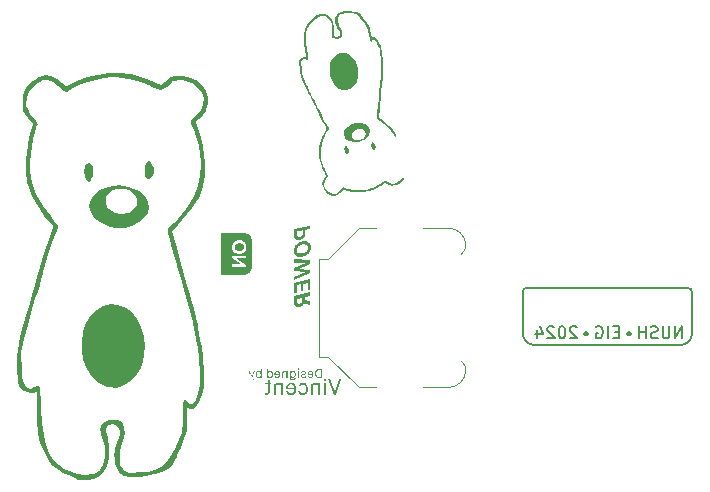
<source format=gbo>
G04 #@! TF.GenerationSoftware,KiCad,Pcbnew,8.0.1*
G04 #@! TF.CreationDate,2024-07-25T21:09:17+08:00*
G04 #@! TF.ProjectId,555Sandbox,35353553-616e-4646-926f-782e6b696361,1.0.0*
G04 #@! TF.SameCoordinates,Original*
G04 #@! TF.FileFunction,Legend,Bot*
G04 #@! TF.FilePolarity,Positive*
%FSLAX46Y46*%
G04 Gerber Fmt 4.6, Leading zero omitted, Abs format (unit mm)*
G04 Created by KiCad (PCBNEW 8.0.1) date 2024-07-25 21:09:17*
%MOMM*%
%LPD*%
G01*
G04 APERTURE LIST*
%ADD10C,0.200000*%
%ADD11C,0.100000*%
%ADD12C,0.500000*%
%ADD13C,0.125000*%
%ADD14C,0.240000*%
%ADD15C,0.300000*%
%ADD16C,0.150000*%
%ADD17C,0.187500*%
%ADD18C,0.000000*%
%ADD19C,0.120000*%
%ADD20O,3.500000X2.200000*%
%ADD21R,2.500000X1.500000*%
%ADD22O,2.500000X1.500000*%
%ADD23R,1.560000X1.560000*%
%ADD24C,1.560000*%
%ADD25C,6.000000*%
%ADD26R,3.300000X3.500000*%
%ADD27C,10.200000*%
G04 APERTURE END LIST*
D10*
X114350000Y-86050000D02*
G75*
G02*
X113350000Y-87050000I-1000000J0D01*
G01*
D11*
X74450000Y-77600000D02*
X75250000Y-77600000D01*
X75250000Y-81050000D01*
X74450000Y-81050000D01*
X74450000Y-77600000D01*
G36*
X74450000Y-77600000D02*
G01*
X75250000Y-77600000D01*
X75250000Y-81050000D01*
X74450000Y-81050000D01*
X74450000Y-77600000D01*
G37*
D12*
X76850000Y-78200000D02*
X76850000Y-80450000D01*
D10*
X113950000Y-82200000D02*
G75*
G02*
X114350000Y-82600000I0J-400000D01*
G01*
X100400000Y-82200000D02*
X113950000Y-82200000D01*
D12*
X76850000Y-80450000D02*
G75*
G02*
X76450000Y-80850000I-400000J0D01*
G01*
X76450000Y-77800000D02*
G75*
G02*
X76850000Y-78200000I0J-400000D01*
G01*
X76450000Y-80850000D02*
X74875000Y-80850000D01*
D10*
X100000000Y-86050000D02*
X100000000Y-82600000D01*
X100000000Y-82600000D02*
G75*
G02*
X100400000Y-82200000I400000J0D01*
G01*
X114350000Y-82600000D02*
X114350000Y-86050000D01*
D12*
X74875000Y-77800000D02*
X76450000Y-77800000D01*
D10*
X113350000Y-87050000D02*
X101007107Y-87050000D01*
X101000000Y-87050000D02*
G75*
G02*
X100000000Y-86050000I0J1000000D01*
G01*
D13*
G36*
X83001835Y-89832000D02*
G01*
X82757396Y-89832000D01*
X82737161Y-89831625D01*
X82692416Y-89827840D01*
X82651131Y-89819978D01*
X82613305Y-89808039D01*
X82574312Y-89789404D01*
X82539849Y-89765468D01*
X82509930Y-89736452D01*
X82484553Y-89702355D01*
X82463719Y-89663179D01*
X82449253Y-89624854D01*
X82438340Y-89582882D01*
X82431815Y-89544004D01*
X82427899Y-89502446D01*
X82426623Y-89459187D01*
X82525659Y-89459187D01*
X82525673Y-89463712D01*
X82527414Y-89506943D01*
X82532054Y-89546510D01*
X82540509Y-89585803D01*
X82545502Y-89602165D01*
X82561790Y-89640689D01*
X82584668Y-89675684D01*
X82592242Y-89684394D01*
X82622648Y-89710505D01*
X82659113Y-89729808D01*
X82685567Y-89738498D01*
X82724493Y-89745660D01*
X82763844Y-89747785D01*
X82902770Y-89747785D01*
X82902770Y-89169222D01*
X82763844Y-89169222D01*
X82749064Y-89169505D01*
X82707607Y-89173756D01*
X82666620Y-89184461D01*
X82630976Y-89201462D01*
X82627693Y-89203509D01*
X82595027Y-89230176D01*
X82570820Y-89261031D01*
X82551842Y-89298182D01*
X82539185Y-89336908D01*
X82531412Y-89375639D01*
X82526912Y-89418424D01*
X82525659Y-89459187D01*
X82426623Y-89459187D01*
X82426594Y-89458210D01*
X82427899Y-89413848D01*
X82431815Y-89372206D01*
X82438340Y-89333285D01*
X82449253Y-89291314D01*
X82463719Y-89253046D01*
X82484553Y-89213980D01*
X82509930Y-89180018D01*
X82539849Y-89151160D01*
X82574312Y-89127408D01*
X82593244Y-89117470D01*
X82634496Y-89101570D01*
X82674299Y-89092005D01*
X82717561Y-89086498D01*
X82757396Y-89085007D01*
X83001835Y-89085007D01*
X83001835Y-89832000D01*
G37*
G36*
X82041800Y-89244284D02*
G01*
X82082650Y-89247948D01*
X82120751Y-89257717D01*
X82159490Y-89275517D01*
X82193842Y-89300081D01*
X82222744Y-89330786D01*
X82244291Y-89364030D01*
X82251481Y-89378639D01*
X82265262Y-89418180D01*
X82272541Y-89457453D01*
X82274968Y-89500220D01*
X82274968Y-89588538D01*
X82274712Y-89603081D01*
X82270874Y-89644482D01*
X82261207Y-89686568D01*
X82245854Y-89724533D01*
X82225036Y-89757879D01*
X82196362Y-89788654D01*
X82161639Y-89813242D01*
X82151152Y-89818829D01*
X82113417Y-89833483D01*
X82071407Y-89842032D01*
X82029943Y-89844505D01*
X82013312Y-89844142D01*
X81973285Y-89839806D01*
X81935373Y-89829655D01*
X81900514Y-89813704D01*
X81867962Y-89791162D01*
X81849204Y-89773164D01*
X81825756Y-89741337D01*
X81819735Y-89729860D01*
X81807389Y-89691316D01*
X81909581Y-89691316D01*
X81930488Y-89725119D01*
X81936766Y-89730841D01*
X81971911Y-89750715D01*
X81990386Y-89756166D01*
X82030530Y-89760290D01*
X82071578Y-89755729D01*
X82109149Y-89740178D01*
X82138778Y-89713591D01*
X82159915Y-89678968D01*
X82172278Y-89639313D01*
X82175903Y-89598894D01*
X82175903Y-89569390D01*
X81799769Y-89569390D01*
X81799769Y-89499438D01*
X81799864Y-89494358D01*
X81898834Y-89494358D01*
X82175903Y-89494358D01*
X82175752Y-89485124D01*
X82171050Y-89444893D01*
X82158708Y-89407017D01*
X82139357Y-89375581D01*
X82110055Y-89348985D01*
X82076057Y-89333598D01*
X82036978Y-89328468D01*
X82002714Y-89332171D01*
X81964486Y-89347812D01*
X81938409Y-89369511D01*
X81916224Y-89402718D01*
X81914118Y-89407185D01*
X81902163Y-89446215D01*
X81898834Y-89485175D01*
X81898834Y-89490060D01*
X81898834Y-89494358D01*
X81799864Y-89494358D01*
X81800037Y-89485037D01*
X81804055Y-89443998D01*
X81814176Y-89402206D01*
X81830251Y-89364421D01*
X81851572Y-89331158D01*
X81880271Y-89300387D01*
X81914465Y-89275712D01*
X81917827Y-89273777D01*
X81956872Y-89256542D01*
X81995653Y-89247326D01*
X82037564Y-89244254D01*
X82041800Y-89244284D01*
G37*
G36*
X81662211Y-89418545D02*
G01*
X81658610Y-89379177D01*
X81645066Y-89339557D01*
X81631730Y-89318894D01*
X81603900Y-89291005D01*
X81569943Y-89269888D01*
X81552204Y-89262425D01*
X81514460Y-89251352D01*
X81474792Y-89245389D01*
X81447278Y-89244254D01*
X81406207Y-89246724D01*
X81365774Y-89255054D01*
X81338443Y-89265161D01*
X81304204Y-89284792D01*
X81274904Y-89311848D01*
X81266343Y-89322997D01*
X81248578Y-89357854D01*
X81240761Y-89397797D01*
X81240355Y-89410143D01*
X81333754Y-89410143D01*
X81347418Y-89372629D01*
X81348213Y-89371455D01*
X81377295Y-89345300D01*
X81386315Y-89340583D01*
X81424779Y-89329900D01*
X81449427Y-89328468D01*
X81489487Y-89332769D01*
X81527028Y-89348218D01*
X81531102Y-89350939D01*
X81557013Y-89382242D01*
X81563147Y-89415224D01*
X81552555Y-89453627D01*
X81550251Y-89456647D01*
X81518835Y-89480117D01*
X81516252Y-89481267D01*
X81477859Y-89493462D01*
X81470139Y-89495140D01*
X81431656Y-89502534D01*
X81421095Y-89504519D01*
X81382114Y-89512396D01*
X81342861Y-89523161D01*
X81323007Y-89529920D01*
X81287600Y-89547028D01*
X81257218Y-89571832D01*
X81252079Y-89577596D01*
X81233005Y-89612401D01*
X81225920Y-89651455D01*
X81225505Y-89665133D01*
X81229572Y-89705799D01*
X81243156Y-89744397D01*
X81254424Y-89762830D01*
X81281757Y-89792215D01*
X81316766Y-89815280D01*
X81335512Y-89823793D01*
X81373300Y-89835585D01*
X81415197Y-89842482D01*
X81456852Y-89844505D01*
X81499469Y-89842219D01*
X81538393Y-89835362D01*
X81570572Y-89825161D01*
X81606873Y-89806541D01*
X81638032Y-89779998D01*
X81647166Y-89768887D01*
X81666000Y-89733299D01*
X81674044Y-89694693D01*
X81674717Y-89678420D01*
X81572721Y-89678420D01*
X81559310Y-89716276D01*
X81555331Y-89722188D01*
X81523816Y-89747010D01*
X81516057Y-89750325D01*
X81476226Y-89759112D01*
X81450795Y-89760290D01*
X81410299Y-89757163D01*
X81378304Y-89747785D01*
X81345910Y-89725771D01*
X81337466Y-89714958D01*
X81324885Y-89677328D01*
X81324570Y-89669627D01*
X81334462Y-89631256D01*
X81343719Y-89620583D01*
X81378311Y-89600285D01*
X81395694Y-89594595D01*
X81434691Y-89584855D01*
X81468185Y-89577792D01*
X81506992Y-89569072D01*
X81545994Y-89558138D01*
X81565687Y-89551609D01*
X81603039Y-89533648D01*
X81634363Y-89507203D01*
X81636029Y-89505300D01*
X81654822Y-89470959D01*
X81661802Y-89432168D01*
X81662211Y-89418545D01*
G37*
G36*
X81055708Y-89832000D02*
G01*
X81055708Y-89256759D01*
X80956643Y-89256759D01*
X80956643Y-89832000D01*
X81055708Y-89832000D01*
G37*
G36*
X81080718Y-89075824D02*
G01*
X81070725Y-89037760D01*
X81061374Y-89025998D01*
X81025239Y-89007580D01*
X81013112Y-89006654D01*
X80974846Y-89016647D01*
X80962895Y-89025998D01*
X80944394Y-89061279D01*
X80943161Y-89075824D01*
X80954261Y-89114548D01*
X80962895Y-89124868D01*
X80998543Y-89143003D01*
X81013112Y-89144212D01*
X81051030Y-89133331D01*
X81061374Y-89124868D01*
X81079509Y-89090026D01*
X81080718Y-89075824D01*
G37*
G36*
X80599500Y-89247097D02*
G01*
X80638721Y-89256792D01*
X80675080Y-89273367D01*
X80704770Y-89293960D01*
X80732670Y-89322430D01*
X80755582Y-89356996D01*
X80760890Y-89367408D01*
X80774812Y-89404869D01*
X80782933Y-89446566D01*
X80785282Y-89487715D01*
X80785282Y-89577010D01*
X80785021Y-89591005D01*
X80781105Y-89630783D01*
X80771244Y-89671102D01*
X80755582Y-89707338D01*
X80734940Y-89738910D01*
X80707429Y-89767865D01*
X80674884Y-89790771D01*
X80641866Y-89805918D01*
X80602900Y-89816100D01*
X80561165Y-89819494D01*
X80544799Y-89818922D01*
X80506064Y-89812265D01*
X80496717Y-89809375D01*
X80460341Y-89792725D01*
X80455301Y-89789541D01*
X80424975Y-89764002D01*
X80423145Y-89761939D01*
X80402114Y-89728245D01*
X80396643Y-89728245D01*
X80396643Y-89812265D01*
X80399564Y-89848164D01*
X80411068Y-89885660D01*
X80433572Y-89918559D01*
X80466481Y-89942016D01*
X80506061Y-89954007D01*
X80545142Y-89957052D01*
X80569488Y-89955851D01*
X80609427Y-89946891D01*
X80619227Y-89942907D01*
X80652805Y-89919927D01*
X80654760Y-89917790D01*
X80672735Y-89882802D01*
X80772777Y-89882802D01*
X80772511Y-89885410D01*
X80762559Y-89925575D01*
X80743468Y-89960569D01*
X80734967Y-89971526D01*
X80705175Y-89998604D01*
X80669609Y-90018992D01*
X80663455Y-90021689D01*
X80626173Y-90033414D01*
X80587232Y-90039505D01*
X80548073Y-90041267D01*
X80527873Y-90040807D01*
X80486273Y-90036652D01*
X80447641Y-90028175D01*
X80439176Y-90025590D01*
X80402535Y-90010075D01*
X80368506Y-89987143D01*
X80362337Y-89981805D01*
X80335458Y-89951044D01*
X80316336Y-89916214D01*
X80309027Y-89896613D01*
X80300216Y-89855993D01*
X80297578Y-89813632D01*
X80297578Y-89576815D01*
X80396643Y-89576815D01*
X80400599Y-89616333D01*
X80412470Y-89653605D01*
X80430656Y-89684574D01*
X80459364Y-89712614D01*
X80496357Y-89730299D01*
X80535959Y-89735279D01*
X80577187Y-89729759D01*
X80613726Y-89713200D01*
X80615848Y-89711791D01*
X80645811Y-89684625D01*
X80667068Y-89651260D01*
X80672585Y-89638508D01*
X80683057Y-89599655D01*
X80686217Y-89559424D01*
X80686217Y-89504909D01*
X80685769Y-89488799D01*
X80680406Y-89449859D01*
X80667850Y-89412683D01*
X80645770Y-89377268D01*
X80616266Y-89350743D01*
X80614165Y-89349373D01*
X80577236Y-89333363D01*
X80536936Y-89328468D01*
X80498090Y-89333492D01*
X80461123Y-89351330D01*
X80435034Y-89375670D01*
X80413251Y-89410729D01*
X80400795Y-89448831D01*
X80396643Y-89489669D01*
X80396643Y-89576815D01*
X80297578Y-89576815D01*
X80297578Y-89256759D01*
X80396643Y-89256759D01*
X80396643Y-89339411D01*
X80403615Y-89324619D01*
X80428492Y-89293688D01*
X80448746Y-89277356D01*
X80484961Y-89258127D01*
X80520962Y-89247722D01*
X80561360Y-89244254D01*
X80599500Y-89247097D01*
G37*
G36*
X80095149Y-89832000D02*
G01*
X80095149Y-89256759D01*
X79996084Y-89256759D01*
X79996084Y-89356019D01*
X79990613Y-89356019D01*
X79973724Y-89320445D01*
X79965408Y-89307757D01*
X79937861Y-89279608D01*
X79911870Y-89263207D01*
X79873121Y-89249603D01*
X79834332Y-89244716D01*
X79816126Y-89244254D01*
X79774703Y-89247245D01*
X79733006Y-89257764D01*
X79696502Y-89275856D01*
X79675052Y-89292125D01*
X79648888Y-89322963D01*
X79631287Y-89361622D01*
X79622830Y-89402551D01*
X79620927Y-89437303D01*
X79620927Y-89832000D01*
X79719992Y-89832000D01*
X79719992Y-89466612D01*
X79723341Y-89427053D01*
X79735233Y-89390213D01*
X79759154Y-89357652D01*
X79778415Y-89343905D01*
X79815453Y-89331016D01*
X79845240Y-89328468D01*
X79886171Y-89333031D01*
X79922971Y-89348046D01*
X79929455Y-89352307D01*
X79958813Y-89380297D01*
X79978617Y-89414434D01*
X79979671Y-89416982D01*
X79990891Y-89454510D01*
X79995828Y-89495628D01*
X79996084Y-89508036D01*
X79996084Y-89832000D01*
X80095149Y-89832000D01*
G37*
G36*
X79222651Y-89244284D02*
G01*
X79263501Y-89247948D01*
X79301603Y-89257717D01*
X79340341Y-89275517D01*
X79374693Y-89300081D01*
X79403596Y-89330786D01*
X79425142Y-89364030D01*
X79432332Y-89378639D01*
X79446113Y-89418180D01*
X79453393Y-89457453D01*
X79455819Y-89500220D01*
X79455819Y-89588538D01*
X79455563Y-89603081D01*
X79451725Y-89644482D01*
X79442058Y-89686568D01*
X79426706Y-89724533D01*
X79405888Y-89757879D01*
X79377214Y-89788654D01*
X79342491Y-89813242D01*
X79332003Y-89818829D01*
X79294268Y-89833483D01*
X79252258Y-89842032D01*
X79210795Y-89844505D01*
X79194163Y-89844142D01*
X79154137Y-89839806D01*
X79116224Y-89829655D01*
X79081365Y-89813704D01*
X79048813Y-89791162D01*
X79030055Y-89773164D01*
X79006608Y-89741337D01*
X79000586Y-89729860D01*
X78988241Y-89691316D01*
X79090432Y-89691316D01*
X79111339Y-89725119D01*
X79117618Y-89730841D01*
X79152763Y-89750715D01*
X79171238Y-89756166D01*
X79211381Y-89760290D01*
X79252429Y-89755729D01*
X79290001Y-89740178D01*
X79319629Y-89713591D01*
X79340766Y-89678968D01*
X79353129Y-89639313D01*
X79356754Y-89598894D01*
X79356754Y-89569390D01*
X78980620Y-89569390D01*
X78980620Y-89499438D01*
X78980715Y-89494358D01*
X79079685Y-89494358D01*
X79356754Y-89494358D01*
X79356603Y-89485124D01*
X79351902Y-89444893D01*
X79339560Y-89407017D01*
X79320208Y-89375581D01*
X79290907Y-89348985D01*
X79256908Y-89333598D01*
X79217829Y-89328468D01*
X79183566Y-89332171D01*
X79145338Y-89347812D01*
X79119260Y-89369511D01*
X79097075Y-89402718D01*
X79094970Y-89407185D01*
X79083014Y-89446215D01*
X79079685Y-89485175D01*
X79079685Y-89490060D01*
X79079685Y-89494358D01*
X78980715Y-89494358D01*
X78980888Y-89485037D01*
X78984907Y-89443998D01*
X78995028Y-89402206D01*
X79011102Y-89364421D01*
X79032424Y-89331158D01*
X79061123Y-89300387D01*
X79095317Y-89275712D01*
X79098679Y-89273777D01*
X79137723Y-89256542D01*
X79176505Y-89247326D01*
X79218415Y-89244254D01*
X79222651Y-89244284D01*
G37*
G36*
X78455401Y-89338043D02*
G01*
X78464758Y-89319062D01*
X78490572Y-89287826D01*
X78511235Y-89272199D01*
X78547236Y-89255391D01*
X78580051Y-89247397D01*
X78621290Y-89244254D01*
X78661106Y-89247211D01*
X78701244Y-89257297D01*
X78737550Y-89274540D01*
X78766638Y-89295835D01*
X78793609Y-89324725D01*
X78815317Y-89359341D01*
X78820275Y-89369736D01*
X78833281Y-89406891D01*
X78840868Y-89447901D01*
X78843063Y-89488106D01*
X78843063Y-89601239D01*
X78842957Y-89610374D01*
X78839877Y-89649666D01*
X78831450Y-89689844D01*
X78816098Y-89729808D01*
X78799105Y-89758714D01*
X78773676Y-89788671D01*
X78740090Y-89814609D01*
X78704317Y-89831630D01*
X78664435Y-89841585D01*
X78624612Y-89844505D01*
X78605275Y-89843780D01*
X78565017Y-89837080D01*
X78551278Y-89833099D01*
X78514019Y-89816759D01*
X78505693Y-89811671D01*
X78475331Y-89785496D01*
X78471530Y-89780840D01*
X78453642Y-89744658D01*
X78448757Y-89744658D01*
X78448757Y-89832000D01*
X78356336Y-89832000D01*
X78356336Y-89589320D01*
X78455401Y-89589320D01*
X78455685Y-89602237D01*
X78460529Y-89641140D01*
X78473572Y-89680178D01*
X78493742Y-89712261D01*
X78524179Y-89739383D01*
X78561853Y-89755696D01*
X78600774Y-89760290D01*
X78639651Y-89755653D01*
X78677173Y-89739187D01*
X78705554Y-89713102D01*
X78726608Y-89677443D01*
X78733384Y-89658876D01*
X78741552Y-89620229D01*
X78743998Y-89579745D01*
X78743998Y-89508427D01*
X78743583Y-89491176D01*
X78738619Y-89450030D01*
X78726999Y-89411706D01*
X78707787Y-89378092D01*
X78678541Y-89349962D01*
X78644151Y-89333842D01*
X78603509Y-89328468D01*
X78565453Y-89332934D01*
X78527306Y-89348789D01*
X78497313Y-89373067D01*
X78474549Y-89405258D01*
X78473371Y-89407516D01*
X78459608Y-89446436D01*
X78455401Y-89487715D01*
X78455401Y-89589320D01*
X78356336Y-89589320D01*
X78356336Y-89044170D01*
X78455401Y-89044170D01*
X78455401Y-89338043D01*
G37*
G36*
X77902826Y-89832000D02*
G01*
X77803761Y-89832000D01*
X77803761Y-89750715D01*
X77792147Y-89771333D01*
X77765463Y-89800932D01*
X77743594Y-89816560D01*
X77706064Y-89833367D01*
X77669867Y-89841720D01*
X77630446Y-89844505D01*
X77588493Y-89841547D01*
X77546709Y-89831462D01*
X77509497Y-89814219D01*
X77480016Y-89792687D01*
X77452832Y-89763272D01*
X77431144Y-89727854D01*
X77424687Y-89713499D01*
X77412310Y-89674672D01*
X77405772Y-89636138D01*
X77403593Y-89594205D01*
X77403593Y-89577205D01*
X77502658Y-89577205D01*
X77503256Y-89598436D01*
X77508037Y-89637271D01*
X77519657Y-89676466D01*
X77539029Y-89710500D01*
X77569288Y-89738796D01*
X77571341Y-89740119D01*
X77607873Y-89755567D01*
X77648422Y-89760290D01*
X77651221Y-89760270D01*
X77690920Y-89755161D01*
X77728534Y-89739773D01*
X77759943Y-89715007D01*
X77783830Y-89682132D01*
X77787392Y-89675122D01*
X77799946Y-89637495D01*
X77803761Y-89598503D01*
X77803761Y-89501979D01*
X77803307Y-89485601D01*
X77797887Y-89446323D01*
X77785198Y-89409362D01*
X77762581Y-89374826D01*
X77732246Y-89349376D01*
X77730085Y-89348089D01*
X77692233Y-89333062D01*
X77651158Y-89328468D01*
X77648204Y-89328490D01*
X77607292Y-89333988D01*
X77570655Y-89350548D01*
X77568607Y-89351935D01*
X77539981Y-89379370D01*
X77520244Y-89414051D01*
X77513391Y-89433101D01*
X77505131Y-89472944D01*
X77502658Y-89514875D01*
X77502658Y-89577205D01*
X77403593Y-89577205D01*
X77403593Y-89493967D01*
X77403832Y-89479718D01*
X77407413Y-89439196D01*
X77416430Y-89398087D01*
X77430753Y-89361099D01*
X77449979Y-89328569D01*
X77476330Y-89298604D01*
X77508129Y-89274735D01*
X77544846Y-89257381D01*
X77585950Y-89247230D01*
X77627124Y-89244254D01*
X77648095Y-89245085D01*
X77686719Y-89251288D01*
X77700617Y-89255208D01*
X77737913Y-89271804D01*
X77746165Y-89276965D01*
X77776210Y-89303458D01*
X77780834Y-89309242D01*
X77798876Y-89344100D01*
X77803761Y-89344100D01*
X77803761Y-89044170D01*
X77902826Y-89044170D01*
X77902826Y-89832000D01*
G37*
G36*
X76796503Y-89256759D02*
G01*
X76809863Y-89295337D01*
X76823174Y-89333695D01*
X76836437Y-89371834D01*
X76849650Y-89409752D01*
X76862717Y-89447403D01*
X76875736Y-89484735D01*
X76888705Y-89521750D01*
X76901625Y-89558448D01*
X76915946Y-89599322D01*
X76930112Y-89639732D01*
X76944124Y-89679679D01*
X76951842Y-89701672D01*
X76965597Y-89740882D01*
X76979168Y-89779597D01*
X76992553Y-89817818D01*
X76999909Y-89838838D01*
X77012023Y-89870101D01*
X77027476Y-89908136D01*
X77046762Y-89945306D01*
X77070531Y-89979095D01*
X77093502Y-90001993D01*
X77129401Y-90024353D01*
X77167686Y-90036626D01*
X77206743Y-90041113D01*
X77216015Y-90041267D01*
X77245519Y-90039704D01*
X77272874Y-90036187D01*
X77272874Y-89954316D01*
X77252944Y-89955879D01*
X77230669Y-89957052D01*
X77189865Y-89952415D01*
X77155247Y-89935949D01*
X77129460Y-89903306D01*
X77115387Y-89865607D01*
X77109329Y-89844114D01*
X77320355Y-89256759D01*
X77210544Y-89256759D01*
X77058527Y-89738796D01*
X77054033Y-89738796D01*
X76901430Y-89256759D01*
X76796503Y-89256759D01*
G37*
D14*
G36*
X76050160Y-78433770D02*
G01*
X76113846Y-78441206D01*
X76172102Y-78454738D01*
X76240811Y-78481805D01*
X76298622Y-78518609D01*
X76344823Y-78564522D01*
X76378704Y-78618915D01*
X76399554Y-78681160D01*
X76406662Y-78750628D01*
X76404842Y-78786660D01*
X76390577Y-78853140D01*
X76362817Y-78911726D01*
X76322366Y-78961884D01*
X76270028Y-79003078D01*
X76206606Y-79034772D01*
X76132904Y-79056429D01*
X76071365Y-79065763D01*
X76004834Y-79068925D01*
X76003076Y-79068925D01*
X75957853Y-79067488D01*
X75894297Y-79060067D01*
X75836146Y-79046558D01*
X75767542Y-79019528D01*
X75709801Y-78982756D01*
X75663642Y-78936862D01*
X75629782Y-78882464D01*
X75608940Y-78820180D01*
X75601833Y-78750628D01*
X75603619Y-78715175D01*
X75617639Y-78649422D01*
X75645012Y-78591087D01*
X75685040Y-78540831D01*
X75737025Y-78499313D01*
X75800271Y-78467192D01*
X75874080Y-78445128D01*
X75935950Y-78435576D01*
X76003076Y-78432330D01*
X76004834Y-78432330D01*
X76050160Y-78433770D01*
G37*
G36*
X76749849Y-80617010D02*
G01*
X75258647Y-80617010D01*
X75258647Y-79480425D01*
X75412496Y-79480425D01*
X75412496Y-79697020D01*
X76181861Y-80231912D01*
X76181861Y-80236894D01*
X75412496Y-80236894D01*
X75412496Y-80483677D01*
X76596000Y-80483677D01*
X76596000Y-80268841D01*
X75821066Y-79732484D01*
X75821066Y-79727501D01*
X76596000Y-79727501D01*
X76596000Y-79480425D01*
X75412496Y-79480425D01*
X75258647Y-79480425D01*
X75258647Y-78750628D01*
X75391980Y-78750628D01*
X75394715Y-78814903D01*
X75402827Y-78875971D01*
X75416176Y-78933703D01*
X75445718Y-79013760D01*
X75486262Y-79085580D01*
X75537339Y-79148725D01*
X75598480Y-79202758D01*
X75669215Y-79247241D01*
X75749075Y-79281737D01*
X75807153Y-79298969D01*
X75868938Y-79311439D01*
X75934292Y-79319015D01*
X76003076Y-79321570D01*
X76004834Y-79321570D01*
X76073721Y-79319025D01*
X76139165Y-79311475D01*
X76201029Y-79299045D01*
X76259173Y-79281860D01*
X76339115Y-79247446D01*
X76409912Y-79203042D01*
X76471097Y-79149074D01*
X76522203Y-79085966D01*
X76562765Y-79014143D01*
X76592316Y-78934029D01*
X76605668Y-78876224D01*
X76613781Y-78815048D01*
X76616516Y-78750628D01*
X76613781Y-78686256D01*
X76605668Y-78625116D01*
X76592316Y-78567335D01*
X76562765Y-78487240D01*
X76522203Y-78415418D01*
X76471097Y-78352298D01*
X76409912Y-78298308D01*
X76339115Y-78253878D01*
X76259173Y-78219436D01*
X76201029Y-78202236D01*
X76139165Y-78189793D01*
X76073721Y-78182234D01*
X76004834Y-78179686D01*
X76003076Y-78179686D01*
X75934147Y-78182250D01*
X75868686Y-78189853D01*
X75806826Y-78202361D01*
X75748704Y-78219642D01*
X75668825Y-78254219D01*
X75598115Y-78298781D01*
X75537031Y-78352879D01*
X75486030Y-78416062D01*
X75445568Y-78487879D01*
X75416101Y-78567879D01*
X75402791Y-78625537D01*
X75394705Y-78686497D01*
X75391980Y-78750628D01*
X75258647Y-78750628D01*
X75258647Y-78046353D01*
X76749849Y-78046353D01*
X76749849Y-80617010D01*
G37*
D15*
G36*
X81593316Y-77184927D02*
G01*
X81373449Y-77230747D01*
X81373449Y-77561403D01*
X81367104Y-77633511D01*
X81345469Y-77703650D01*
X81308480Y-77764174D01*
X81257074Y-77813457D01*
X81192657Y-77849406D01*
X81122807Y-77870517D01*
X81120755Y-77870859D01*
X81050971Y-77878893D01*
X80981600Y-77867994D01*
X80935766Y-77841794D01*
X80893922Y-77786502D01*
X80874232Y-77715729D01*
X80871139Y-77665695D01*
X80871139Y-77335039D01*
X80651272Y-77380859D01*
X80651272Y-77777167D01*
X80655924Y-77852817D01*
X80669881Y-77920894D01*
X80696301Y-77987653D01*
X80710085Y-78011738D01*
X80755901Y-78069209D01*
X80812949Y-78113265D01*
X80874558Y-78141675D01*
X80944068Y-78158098D01*
X81012566Y-78161857D01*
X81086689Y-78155177D01*
X81121439Y-78148856D01*
X81123149Y-78148514D01*
X81192007Y-78130455D01*
X81256334Y-78106028D01*
X81323287Y-78070935D01*
X81371397Y-78038067D01*
X81427071Y-77989919D01*
X81475225Y-77935874D01*
X81515861Y-77875933D01*
X81535187Y-77840084D01*
X81563286Y-77772053D01*
X81582190Y-77700288D01*
X81591897Y-77624791D01*
X81593316Y-77581236D01*
X81593316Y-77184927D01*
G37*
G36*
X82031000Y-76954118D02*
G01*
X80651272Y-77241005D01*
X80651272Y-77519003D01*
X82031000Y-77232115D01*
X82031000Y-76954118D01*
G37*
G36*
X81647174Y-78249780D02*
G01*
X81719834Y-78265458D01*
X81729743Y-78268423D01*
X81795125Y-78293710D01*
X81861312Y-78332307D01*
X81918394Y-78381247D01*
X81966373Y-78440531D01*
X81991295Y-78482569D01*
X82019090Y-78547312D01*
X82038606Y-78618928D01*
X82049842Y-78697416D01*
X82052884Y-78770161D01*
X82052546Y-78795231D01*
X82047477Y-78868661D01*
X82036325Y-78939423D01*
X82019090Y-79007515D01*
X81995773Y-79072939D01*
X81966373Y-79135695D01*
X81955232Y-79155969D01*
X81918394Y-79214405D01*
X81876436Y-79269258D01*
X81829356Y-79320529D01*
X81777156Y-79368218D01*
X81719834Y-79412324D01*
X81689379Y-79432890D01*
X81625386Y-79470468D01*
X81557281Y-79503311D01*
X81485065Y-79531417D01*
X81408737Y-79554786D01*
X81341990Y-79570642D01*
X81340281Y-79570984D01*
X81260215Y-79584793D01*
X81184404Y-79592110D01*
X81112849Y-79592935D01*
X81034747Y-79585694D01*
X80962437Y-79569617D01*
X80952591Y-79566630D01*
X80887616Y-79541257D01*
X80821814Y-79502682D01*
X80765031Y-79453891D01*
X80717266Y-79394885D01*
X80692245Y-79353044D01*
X80664340Y-79288521D01*
X80644747Y-79217059D01*
X80633467Y-79138660D01*
X80630413Y-79065939D01*
X80630750Y-79041114D01*
X80632513Y-79015674D01*
X80871139Y-79015674D01*
X80874708Y-79070171D01*
X80893445Y-79142138D01*
X80928243Y-79202373D01*
X80964151Y-79239474D01*
X81023809Y-79276908D01*
X81090323Y-79299142D01*
X81124104Y-79305402D01*
X81197528Y-79309956D01*
X81270290Y-79304976D01*
X81340281Y-79293329D01*
X81341990Y-79292987D01*
X81394395Y-79280509D01*
X81460155Y-79259758D01*
X81528514Y-79230792D01*
X81590923Y-79195876D01*
X81603903Y-79187384D01*
X81663275Y-79141476D01*
X81713431Y-79089824D01*
X81754370Y-79032429D01*
X81761368Y-79020340D01*
X81789585Y-78957528D01*
X81806515Y-78890776D01*
X81812158Y-78820084D01*
X81808568Y-78765310D01*
X81789718Y-78693166D01*
X81754712Y-78633043D01*
X81718447Y-78596411D01*
X81658396Y-78559265D01*
X81591607Y-78536958D01*
X81557743Y-78530797D01*
X81484306Y-78526389D01*
X81411703Y-78531444D01*
X81341990Y-78543113D01*
X81340281Y-78543455D01*
X81286970Y-78556177D01*
X81220377Y-78577217D01*
X81151591Y-78606456D01*
X81089297Y-78641592D01*
X81076365Y-78650165D01*
X81017393Y-78696361D01*
X80967905Y-78748099D01*
X80927901Y-78805381D01*
X80924409Y-78811425D01*
X80895584Y-78873735D01*
X80876682Y-78946211D01*
X80871139Y-79015674D01*
X80632513Y-79015674D01*
X80635799Y-78968272D01*
X80646907Y-78897884D01*
X80664073Y-78829947D01*
X80687298Y-78764463D01*
X80716582Y-78701431D01*
X80727639Y-78681032D01*
X80764240Y-78622272D01*
X80805986Y-78567166D01*
X80852877Y-78515715D01*
X80904914Y-78467918D01*
X80962095Y-78423776D01*
X80992437Y-78403210D01*
X81056294Y-78365632D01*
X81124383Y-78332789D01*
X81196703Y-78304683D01*
X81273255Y-78281314D01*
X81340281Y-78265458D01*
X81341990Y-78265116D01*
X81421744Y-78251271D01*
X81497386Y-78243846D01*
X81568917Y-78242840D01*
X81647174Y-78249780D01*
G37*
G36*
X82031000Y-79882150D02*
G01*
X80641355Y-79813078D01*
X80641355Y-80106121D01*
X81637085Y-80112959D01*
X81637085Y-80118430D01*
X80641355Y-80574578D01*
X80641355Y-80822143D01*
X81637085Y-80864543D01*
X81637085Y-80870356D01*
X80641355Y-81291626D01*
X80641355Y-81584669D01*
X82031000Y-80937035D01*
X82031000Y-80660747D01*
X81099897Y-80606037D01*
X81099897Y-80600908D01*
X82031000Y-80158095D01*
X82031000Y-79882150D01*
G37*
G36*
X82031000Y-81482771D02*
G01*
X80652297Y-81769317D01*
X80652297Y-82668277D01*
X80893023Y-82618354D01*
X80893023Y-81997391D01*
X81220260Y-81929345D01*
X81220260Y-82507565D01*
X81440127Y-82461745D01*
X81440127Y-81883525D01*
X81790274Y-81810691D01*
X81790274Y-82431654D01*
X82031000Y-82381731D01*
X82031000Y-81482771D01*
G37*
G36*
X82031000Y-82883699D02*
G01*
X81527664Y-82988333D01*
X81527664Y-83202045D01*
X81527664Y-83209568D01*
X81527664Y-83216065D01*
X82031000Y-83363783D01*
X82031000Y-83673238D01*
X81484579Y-83511501D01*
X81469095Y-83547376D01*
X81433735Y-83608039D01*
X81388745Y-83663670D01*
X81334126Y-83714271D01*
X81300381Y-83739583D01*
X81235980Y-83778075D01*
X81166872Y-83807479D01*
X81093058Y-83827795D01*
X81091006Y-83828479D01*
X81073935Y-83831774D01*
X81000914Y-83840355D01*
X80927077Y-83837897D01*
X80854726Y-83820615D01*
X80797504Y-83792117D01*
X80745051Y-83747271D01*
X80703588Y-83688284D01*
X80688517Y-83657053D01*
X80666037Y-83586729D01*
X80654541Y-83514471D01*
X80651272Y-83443113D01*
X80651272Y-83366518D01*
X80871139Y-83366518D01*
X80872053Y-83391982D01*
X80887641Y-83462784D01*
X80929611Y-83521759D01*
X80952992Y-83537992D01*
X81018862Y-83556514D01*
X81087929Y-83550824D01*
X81089981Y-83550482D01*
X81132467Y-83538785D01*
X81195555Y-83507466D01*
X81250009Y-83457474D01*
X81277943Y-83414543D01*
X81300968Y-83348803D01*
X81307796Y-83280007D01*
X81307796Y-83034153D01*
X80871139Y-83124767D01*
X80871139Y-83366518D01*
X80651272Y-83366518D01*
X80651272Y-82892589D01*
X82031000Y-82605702D01*
X82031000Y-82883699D01*
G37*
D16*
X113463220Y-86469819D02*
X113463220Y-85469819D01*
X113463220Y-85469819D02*
X112891792Y-86469819D01*
X112891792Y-86469819D02*
X112891792Y-85469819D01*
X112415601Y-85469819D02*
X112415601Y-86279342D01*
X112415601Y-86279342D02*
X112367982Y-86374580D01*
X112367982Y-86374580D02*
X112320363Y-86422200D01*
X112320363Y-86422200D02*
X112225125Y-86469819D01*
X112225125Y-86469819D02*
X112034649Y-86469819D01*
X112034649Y-86469819D02*
X111939411Y-86422200D01*
X111939411Y-86422200D02*
X111891792Y-86374580D01*
X111891792Y-86374580D02*
X111844173Y-86279342D01*
X111844173Y-86279342D02*
X111844173Y-85469819D01*
X111415601Y-86422200D02*
X111272744Y-86469819D01*
X111272744Y-86469819D02*
X111034649Y-86469819D01*
X111034649Y-86469819D02*
X110939411Y-86422200D01*
X110939411Y-86422200D02*
X110891792Y-86374580D01*
X110891792Y-86374580D02*
X110844173Y-86279342D01*
X110844173Y-86279342D02*
X110844173Y-86184104D01*
X110844173Y-86184104D02*
X110891792Y-86088866D01*
X110891792Y-86088866D02*
X110939411Y-86041247D01*
X110939411Y-86041247D02*
X111034649Y-85993628D01*
X111034649Y-85993628D02*
X111225125Y-85946009D01*
X111225125Y-85946009D02*
X111320363Y-85898390D01*
X111320363Y-85898390D02*
X111367982Y-85850771D01*
X111367982Y-85850771D02*
X111415601Y-85755533D01*
X111415601Y-85755533D02*
X111415601Y-85660295D01*
X111415601Y-85660295D02*
X111367982Y-85565057D01*
X111367982Y-85565057D02*
X111320363Y-85517438D01*
X111320363Y-85517438D02*
X111225125Y-85469819D01*
X111225125Y-85469819D02*
X110987030Y-85469819D01*
X110987030Y-85469819D02*
X110844173Y-85517438D01*
X110415601Y-86469819D02*
X110415601Y-85469819D01*
X110415601Y-85946009D02*
X109844173Y-85946009D01*
X109844173Y-86469819D02*
X109844173Y-85469819D01*
X109082268Y-85993628D02*
X109082268Y-86184104D01*
X109034649Y-86184104D02*
X109034649Y-85993628D01*
X108987030Y-85946009D02*
X108987030Y-86231723D01*
X108939411Y-86184104D02*
X108939411Y-85993628D01*
X108891792Y-85993628D02*
X108891792Y-86184104D01*
X109082268Y-86136485D02*
X108987030Y-86231723D01*
X108987030Y-86231723D02*
X108891792Y-86136485D01*
X109082268Y-86041247D02*
X108987030Y-85946009D01*
X108987030Y-85946009D02*
X108891792Y-86041247D01*
X109082268Y-85993628D02*
X108987030Y-85946009D01*
X108987030Y-85946009D02*
X108891792Y-85993628D01*
X108891792Y-85993628D02*
X108844173Y-86088866D01*
X108844173Y-86088866D02*
X108891792Y-86184104D01*
X108891792Y-86184104D02*
X108987030Y-86231723D01*
X108987030Y-86231723D02*
X109082268Y-86184104D01*
X109082268Y-86184104D02*
X109129887Y-86088866D01*
X109129887Y-86088866D02*
X109082268Y-85993628D01*
X108129887Y-85946009D02*
X107796554Y-85946009D01*
X107653697Y-86469819D02*
X108129887Y-86469819D01*
X108129887Y-86469819D02*
X108129887Y-85469819D01*
X108129887Y-85469819D02*
X107653697Y-85469819D01*
X107225125Y-86469819D02*
X107225125Y-85469819D01*
X106225126Y-85517438D02*
X106320364Y-85469819D01*
X106320364Y-85469819D02*
X106463221Y-85469819D01*
X106463221Y-85469819D02*
X106606078Y-85517438D01*
X106606078Y-85517438D02*
X106701316Y-85612676D01*
X106701316Y-85612676D02*
X106748935Y-85707914D01*
X106748935Y-85707914D02*
X106796554Y-85898390D01*
X106796554Y-85898390D02*
X106796554Y-86041247D01*
X106796554Y-86041247D02*
X106748935Y-86231723D01*
X106748935Y-86231723D02*
X106701316Y-86326961D01*
X106701316Y-86326961D02*
X106606078Y-86422200D01*
X106606078Y-86422200D02*
X106463221Y-86469819D01*
X106463221Y-86469819D02*
X106367983Y-86469819D01*
X106367983Y-86469819D02*
X106225126Y-86422200D01*
X106225126Y-86422200D02*
X106177507Y-86374580D01*
X106177507Y-86374580D02*
X106177507Y-86041247D01*
X106177507Y-86041247D02*
X106367983Y-86041247D01*
X105463221Y-85993628D02*
X105463221Y-86184104D01*
X105415602Y-86184104D02*
X105415602Y-85993628D01*
X105367983Y-85946009D02*
X105367983Y-86231723D01*
X105320364Y-86184104D02*
X105320364Y-85993628D01*
X105272745Y-85993628D02*
X105272745Y-86184104D01*
X105463221Y-86136485D02*
X105367983Y-86231723D01*
X105367983Y-86231723D02*
X105272745Y-86136485D01*
X105463221Y-86041247D02*
X105367983Y-85946009D01*
X105367983Y-85946009D02*
X105272745Y-86041247D01*
X105463221Y-85993628D02*
X105367983Y-85946009D01*
X105367983Y-85946009D02*
X105272745Y-85993628D01*
X105272745Y-85993628D02*
X105225126Y-86088866D01*
X105225126Y-86088866D02*
X105272745Y-86184104D01*
X105272745Y-86184104D02*
X105367983Y-86231723D01*
X105367983Y-86231723D02*
X105463221Y-86184104D01*
X105463221Y-86184104D02*
X105510840Y-86088866D01*
X105510840Y-86088866D02*
X105463221Y-85993628D01*
X104558459Y-85565057D02*
X104510840Y-85517438D01*
X104510840Y-85517438D02*
X104415602Y-85469819D01*
X104415602Y-85469819D02*
X104177507Y-85469819D01*
X104177507Y-85469819D02*
X104082269Y-85517438D01*
X104082269Y-85517438D02*
X104034650Y-85565057D01*
X104034650Y-85565057D02*
X103987031Y-85660295D01*
X103987031Y-85660295D02*
X103987031Y-85755533D01*
X103987031Y-85755533D02*
X104034650Y-85898390D01*
X104034650Y-85898390D02*
X104606078Y-86469819D01*
X104606078Y-86469819D02*
X103987031Y-86469819D01*
X103367983Y-85469819D02*
X103272745Y-85469819D01*
X103272745Y-85469819D02*
X103177507Y-85517438D01*
X103177507Y-85517438D02*
X103129888Y-85565057D01*
X103129888Y-85565057D02*
X103082269Y-85660295D01*
X103082269Y-85660295D02*
X103034650Y-85850771D01*
X103034650Y-85850771D02*
X103034650Y-86088866D01*
X103034650Y-86088866D02*
X103082269Y-86279342D01*
X103082269Y-86279342D02*
X103129888Y-86374580D01*
X103129888Y-86374580D02*
X103177507Y-86422200D01*
X103177507Y-86422200D02*
X103272745Y-86469819D01*
X103272745Y-86469819D02*
X103367983Y-86469819D01*
X103367983Y-86469819D02*
X103463221Y-86422200D01*
X103463221Y-86422200D02*
X103510840Y-86374580D01*
X103510840Y-86374580D02*
X103558459Y-86279342D01*
X103558459Y-86279342D02*
X103606078Y-86088866D01*
X103606078Y-86088866D02*
X103606078Y-85850771D01*
X103606078Y-85850771D02*
X103558459Y-85660295D01*
X103558459Y-85660295D02*
X103510840Y-85565057D01*
X103510840Y-85565057D02*
X103463221Y-85517438D01*
X103463221Y-85517438D02*
X103367983Y-85469819D01*
X102653697Y-85565057D02*
X102606078Y-85517438D01*
X102606078Y-85517438D02*
X102510840Y-85469819D01*
X102510840Y-85469819D02*
X102272745Y-85469819D01*
X102272745Y-85469819D02*
X102177507Y-85517438D01*
X102177507Y-85517438D02*
X102129888Y-85565057D01*
X102129888Y-85565057D02*
X102082269Y-85660295D01*
X102082269Y-85660295D02*
X102082269Y-85755533D01*
X102082269Y-85755533D02*
X102129888Y-85898390D01*
X102129888Y-85898390D02*
X102701316Y-86469819D01*
X102701316Y-86469819D02*
X102082269Y-86469819D01*
X101225126Y-85803152D02*
X101225126Y-86469819D01*
X101463221Y-85422200D02*
X101701316Y-86136485D01*
X101701316Y-86136485D02*
X101082269Y-86136485D01*
D17*
G36*
X84164103Y-91262000D02*
G01*
X83991765Y-91262000D01*
X83520914Y-89955789D01*
X83710348Y-89955789D01*
X84073147Y-91046919D01*
X84078960Y-91046919D01*
X84443468Y-89955789D01*
X84633928Y-89955789D01*
X84164103Y-91262000D01*
G37*
G36*
X83359860Y-90014260D02*
G01*
X83335938Y-90080962D01*
X83276085Y-90116469D01*
X83254884Y-90118552D01*
X83187348Y-90095019D01*
X83150712Y-90035530D01*
X83148541Y-90014260D01*
X83172909Y-89946715D01*
X83233527Y-89911028D01*
X83254884Y-89908943D01*
X83321722Y-89932562D01*
X83357733Y-89992653D01*
X83359860Y-90014260D01*
G37*
G36*
X83336950Y-91262000D02*
G01*
X83172477Y-91262000D01*
X83172477Y-90256354D01*
X83336950Y-90256354D01*
X83336950Y-91262000D01*
G37*
G36*
X82869176Y-91262000D02*
G01*
X82704703Y-91262000D01*
X82704703Y-90649585D01*
X82696681Y-90574400D01*
X82671975Y-90506693D01*
X82629624Y-90450699D01*
X82568670Y-90410649D01*
X82488150Y-90390777D01*
X82456796Y-90389369D01*
X82379762Y-90398436D01*
X82314692Y-90425559D01*
X82256677Y-90479858D01*
X82224675Y-90545681D01*
X82212095Y-90614036D01*
X82210942Y-90644798D01*
X82210942Y-91262000D01*
X82046127Y-91262000D01*
X82046127Y-90617101D01*
X82053156Y-90530602D01*
X82073450Y-90454882D01*
X82105812Y-90390174D01*
X82149050Y-90336710D01*
X82216572Y-90286046D01*
X82279914Y-90258730D01*
X82350250Y-90243414D01*
X82406873Y-90239941D01*
X82478523Y-90245773D01*
X82551300Y-90265818D01*
X82618758Y-90301894D01*
X82673999Y-90351707D01*
X82700942Y-90389369D01*
X82705729Y-90389369D01*
X82705729Y-90256354D01*
X82869176Y-90256354D01*
X82869176Y-91262000D01*
G37*
G36*
X81809846Y-90804826D02*
G01*
X81805907Y-90878377D01*
X81794203Y-90947952D01*
X81766811Y-91033306D01*
X81726316Y-91108639D01*
X81673118Y-91172266D01*
X81607619Y-91222499D01*
X81530218Y-91257651D01*
X81441317Y-91276035D01*
X81392679Y-91278413D01*
X81311007Y-91272890D01*
X81239004Y-91256865D01*
X81162384Y-91223304D01*
X81100378Y-91176192D01*
X81052714Y-91117118D01*
X81019117Y-91047671D01*
X81002184Y-90985712D01*
X81163921Y-90985712D01*
X81192282Y-91049153D01*
X81246476Y-91099099D01*
X81315968Y-91126373D01*
X81381053Y-91133088D01*
X81452005Y-91123788D01*
X81524562Y-91089475D01*
X81581679Y-91032268D01*
X81616176Y-90968912D01*
X81637642Y-90892844D01*
X81644730Y-90823808D01*
X81645031Y-90805510D01*
X81645031Y-90711818D01*
X81640562Y-90639584D01*
X81622734Y-90560537D01*
X81591865Y-90494929D01*
X81538458Y-90435358D01*
X81468183Y-90398336D01*
X81397485Y-90385968D01*
X81382079Y-90385607D01*
X81306227Y-90399018D01*
X81244064Y-90434932D01*
X81198249Y-90486875D01*
X81171444Y-90548371D01*
X81009706Y-90548371D01*
X81023297Y-90476671D01*
X81055417Y-90408501D01*
X81105112Y-90347390D01*
X81171427Y-90296868D01*
X81235804Y-90266447D01*
X81309717Y-90246869D01*
X81392679Y-90239941D01*
X81463493Y-90244973D01*
X81548745Y-90266633D01*
X81622999Y-90304107D01*
X81685687Y-90356008D01*
X81736239Y-90420950D01*
X81774087Y-90497547D01*
X81798661Y-90584412D01*
X81808039Y-90655466D01*
X81809846Y-90705321D01*
X81809846Y-90804826D01*
G37*
G36*
X80469538Y-90244850D02*
G01*
X80554870Y-90265985D01*
X80628801Y-90302562D01*
X80690900Y-90353240D01*
X80740733Y-90416674D01*
X80777867Y-90491524D01*
X80801870Y-90576447D01*
X80810995Y-90645942D01*
X80812749Y-90694721D01*
X80812749Y-90807561D01*
X80808577Y-90885310D01*
X80796254Y-90957292D01*
X80776067Y-91023097D01*
X80737414Y-91100519D01*
X80685972Y-91165255D01*
X80622423Y-91216332D01*
X80547448Y-91252775D01*
X80461727Y-91273612D01*
X80390795Y-91278413D01*
X80311641Y-91272783D01*
X80240918Y-91256523D01*
X80164469Y-91222683D01*
X80101418Y-91175542D01*
X80051891Y-91116941D01*
X80016013Y-91048718D01*
X79997222Y-90988448D01*
X80161011Y-90988448D01*
X80193581Y-91051749D01*
X80249515Y-91104462D01*
X80315958Y-91132460D01*
X80386692Y-91140611D01*
X80458491Y-91131287D01*
X80530820Y-91097047D01*
X80586900Y-91040288D01*
X80620333Y-90977799D01*
X80640915Y-90903219D01*
X80647934Y-90818161D01*
X80647934Y-90800039D01*
X79983886Y-90800039D01*
X79983886Y-90706005D01*
X79985931Y-90667024D01*
X80148360Y-90667024D01*
X80647934Y-90667024D01*
X80647934Y-90663946D01*
X80640955Y-90592221D01*
X80615082Y-90515276D01*
X80571677Y-90451885D01*
X80512391Y-90405864D01*
X80438872Y-90381026D01*
X80397292Y-90377743D01*
X80318577Y-90390471D01*
X80252561Y-90426195D01*
X80201124Y-90481222D01*
X80166146Y-90551860D01*
X80150926Y-90619986D01*
X80148360Y-90663946D01*
X80148360Y-90667024D01*
X79985931Y-90667024D01*
X79987839Y-90630665D01*
X79999570Y-90560398D01*
X80026975Y-90475482D01*
X80067408Y-90401701D01*
X80120411Y-90340267D01*
X80185528Y-90292388D01*
X80262301Y-90259276D01*
X80350274Y-90242140D01*
X80398318Y-90239941D01*
X80469538Y-90244850D01*
G37*
G36*
X79735638Y-91262000D02*
G01*
X79571165Y-91262000D01*
X79571165Y-90649585D01*
X79563143Y-90574400D01*
X79538437Y-90506693D01*
X79496086Y-90450699D01*
X79435132Y-90410649D01*
X79354612Y-90390777D01*
X79323258Y-90389369D01*
X79246224Y-90398436D01*
X79181154Y-90425559D01*
X79123139Y-90479858D01*
X79091137Y-90545681D01*
X79078557Y-90614036D01*
X79077404Y-90644798D01*
X79077404Y-91262000D01*
X78912588Y-91262000D01*
X78912588Y-90617101D01*
X78919618Y-90530602D01*
X78939912Y-90454882D01*
X78972274Y-90390174D01*
X79015512Y-90336710D01*
X79083034Y-90286046D01*
X79146376Y-90258730D01*
X79216712Y-90243414D01*
X79273335Y-90239941D01*
X79344985Y-90245773D01*
X79417762Y-90265818D01*
X79485220Y-90301894D01*
X79540461Y-90351707D01*
X79567404Y-90389369D01*
X79572191Y-90389369D01*
X79572191Y-90256354D01*
X79735638Y-90256354D01*
X79735638Y-91262000D01*
G37*
G36*
X78573042Y-90256354D02*
G01*
X78708792Y-90256354D01*
X78708792Y-90394156D01*
X78573726Y-90394156D01*
X78573726Y-90980925D01*
X78571174Y-91050227D01*
X78559062Y-91123130D01*
X78527174Y-91190909D01*
X78471080Y-91237714D01*
X78401816Y-91261096D01*
X78329336Y-91269809D01*
X78286838Y-91270890D01*
X78217644Y-91266274D01*
X78203405Y-91264051D01*
X78203405Y-91132062D01*
X78245464Y-91133772D01*
X78314991Y-91128777D01*
X78378253Y-91099033D01*
X78406135Y-91032831D01*
X78409253Y-90982635D01*
X78409253Y-90394156D01*
X78210244Y-90394156D01*
X78210244Y-90256354D01*
X78409253Y-90256354D01*
X78409253Y-90005712D01*
X78573042Y-90005712D01*
X78573042Y-90256354D01*
G37*
D18*
G36*
X63460264Y-71770031D02*
G01*
X63587118Y-72022489D01*
X63637788Y-72359890D01*
X63603183Y-72714024D01*
X63474211Y-73016685D01*
X63449991Y-73048753D01*
X63240072Y-73307992D01*
X63049541Y-73035971D01*
X62907469Y-72711667D01*
X62869721Y-72347197D01*
X62925845Y-72008378D01*
X63065392Y-71761030D01*
X63266317Y-71670721D01*
X63460264Y-71770031D01*
G37*
G36*
X68418063Y-71480887D02*
G01*
X68527492Y-71613514D01*
X68749083Y-72047976D01*
X68742125Y-72481948D01*
X68675827Y-72654963D01*
X68487740Y-72940627D01*
X68301255Y-73005691D01*
X68146385Y-72907827D01*
X68044197Y-72677452D01*
X68012031Y-72327029D01*
X68047436Y-71953558D01*
X68147958Y-71654038D01*
X68179279Y-71606778D01*
X68315742Y-71454144D01*
X68418063Y-71480887D01*
G37*
G36*
X65750682Y-83625541D02*
G01*
X66225524Y-83794432D01*
X66841969Y-84215402D01*
X67347497Y-84809945D01*
X67722619Y-85541864D01*
X67947847Y-86374960D01*
X68007020Y-87103321D01*
X67973616Y-87849963D01*
X67860065Y-88455476D01*
X67644503Y-89000008D01*
X67356915Y-89486602D01*
X66855470Y-90080133D01*
X66280290Y-90475402D01*
X65652870Y-90663000D01*
X64994706Y-90633516D01*
X64831410Y-90592167D01*
X64130439Y-90271840D01*
X63549576Y-89771944D01*
X63101618Y-89115017D01*
X62799364Y-88323598D01*
X62655610Y-87420225D01*
X62654627Y-86758552D01*
X62784749Y-85912178D01*
X63056822Y-85167285D01*
X63448108Y-84542742D01*
X63935873Y-84057425D01*
X64497381Y-83730203D01*
X65109896Y-83579951D01*
X65750682Y-83625541D01*
G37*
G36*
X66198453Y-73554568D02*
G01*
X66657661Y-73682613D01*
X66812694Y-73734751D01*
X67511993Y-74051542D01*
X68002694Y-74448844D01*
X68281619Y-74923305D01*
X68350147Y-75356560D01*
X68242493Y-75850208D01*
X67947891Y-76291616D01*
X67505791Y-76661810D01*
X66955643Y-76941815D01*
X66336895Y-77112657D01*
X65688999Y-77155362D01*
X65051404Y-77050956D01*
X64918469Y-77007100D01*
X64204218Y-76675873D01*
X63703615Y-76275474D01*
X63410002Y-75798611D01*
X63316667Y-75252546D01*
X63375145Y-74985965D01*
X64687403Y-74985965D01*
X64822072Y-75380733D01*
X64960722Y-75546762D01*
X65444549Y-75863152D01*
X65998204Y-75965078D01*
X66628789Y-75853546D01*
X66772223Y-75802880D01*
X67084408Y-75579617D01*
X67305550Y-75230554D01*
X67386374Y-74846585D01*
X67368318Y-74703353D01*
X67233113Y-74438397D01*
X66996006Y-74164887D01*
X66956661Y-74130293D01*
X66696891Y-73954328D01*
X66401235Y-73868067D01*
X65975929Y-73844609D01*
X65960826Y-73844595D01*
X65559503Y-73860361D01*
X65298188Y-73927147D01*
X65089100Y-74074180D01*
X64997082Y-74165495D01*
X64746258Y-74561186D01*
X64687403Y-74985965D01*
X63375145Y-74985965D01*
X63426014Y-74754068D01*
X63739049Y-74312692D01*
X64233265Y-73950910D01*
X64876414Y-73693930D01*
X65403265Y-73562238D01*
X65812133Y-73515113D01*
X66198453Y-73554568D01*
G37*
G36*
X66779194Y-64108043D02*
G01*
X66863514Y-64125971D01*
X67205500Y-64222072D01*
X67676068Y-64379437D01*
X68193123Y-64570017D01*
X68391441Y-64648009D01*
X69404504Y-65054624D01*
X69707207Y-64772598D01*
X70091727Y-64460324D01*
X70453230Y-64298190D01*
X70880872Y-64258238D01*
X71256451Y-64286765D01*
X71931383Y-64427532D01*
X72482781Y-64704869D01*
X72955429Y-65118061D01*
X73218869Y-65540233D01*
X73357150Y-66074394D01*
X73362022Y-66635822D01*
X73225234Y-67139795D01*
X73163450Y-67254207D01*
X72910090Y-67592945D01*
X72618601Y-67889944D01*
X72578296Y-67922907D01*
X72365216Y-68106587D01*
X72310605Y-68252538D01*
X72389096Y-68459287D01*
X72423154Y-68525499D01*
X72590156Y-68943645D01*
X72755523Y-69527686D01*
X72905775Y-70214996D01*
X73027435Y-70942948D01*
X73107022Y-71648915D01*
X73113323Y-71732241D01*
X73115844Y-72695266D01*
X72964765Y-73560486D01*
X72643507Y-74413364D01*
X72559961Y-74584845D01*
X72329610Y-74976353D01*
X71991858Y-75470460D01*
X71595487Y-76002525D01*
X71189281Y-76507907D01*
X70822025Y-76921966D01*
X70713106Y-77032003D01*
X70319032Y-77413954D01*
X70694747Y-78804274D01*
X70973730Y-79829866D01*
X71243332Y-80808154D01*
X71495307Y-81710089D01*
X71721410Y-82506621D01*
X71913397Y-83168700D01*
X72063022Y-83667277D01*
X72160967Y-83970270D01*
X72251146Y-84284637D01*
X72359028Y-84748547D01*
X72467480Y-85285382D01*
X72519127Y-85572072D01*
X72615702Y-86107237D01*
X72713083Y-86601280D01*
X72796626Y-86981780D01*
X72831443Y-87116667D01*
X72879894Y-87381855D01*
X72928842Y-87817866D01*
X72972923Y-88366767D01*
X73006768Y-88970627D01*
X73009828Y-89042581D01*
X73031598Y-89725482D01*
X73029846Y-90238595D01*
X73000821Y-90640106D01*
X72940774Y-90988201D01*
X72866027Y-91273663D01*
X72635139Y-91894517D01*
X72370375Y-92291145D01*
X72069827Y-92465909D01*
X71897908Y-92469762D01*
X71611321Y-92427700D01*
X71611517Y-93404841D01*
X71598995Y-93942354D01*
X71546893Y-94362140D01*
X71433785Y-94769617D01*
X71238245Y-95270204D01*
X71226875Y-95297297D01*
X71032039Y-95753775D01*
X70853318Y-96160432D01*
X70721773Y-96446936D01*
X70696302Y-96498649D01*
X70539396Y-96831661D01*
X70422736Y-97105851D01*
X70197183Y-97393348D01*
X69775149Y-97661970D01*
X69188883Y-97899465D01*
X68470637Y-98093582D01*
X67652662Y-98232070D01*
X67378379Y-98262322D01*
X66771934Y-98269496D01*
X66283416Y-98172317D01*
X65949638Y-97981583D01*
X65831593Y-97808652D01*
X65729957Y-97600015D01*
X65600000Y-97330000D01*
X65510000Y-97020000D01*
X65452793Y-96687221D01*
X65439340Y-96357094D01*
X65460000Y-96030000D01*
X65490000Y-95870000D01*
X65520000Y-95700000D01*
X65550000Y-95580000D01*
X65690000Y-95270000D01*
X65809209Y-94953355D01*
X65881378Y-94685813D01*
X65886712Y-94405289D01*
X65875749Y-94346822D01*
X65738360Y-93977757D01*
X65524785Y-93793963D01*
X65261712Y-93752703D01*
X64965772Y-93793058D01*
X64801147Y-93935780D01*
X64755678Y-94213357D01*
X64817203Y-94658275D01*
X64856248Y-94835899D01*
X64999392Y-95765878D01*
X64979222Y-96591941D01*
X64800209Y-97295521D01*
X64466825Y-97858050D01*
X64039394Y-98227823D01*
X63683728Y-98375290D01*
X63227236Y-98471256D01*
X62761703Y-98505313D01*
X62378912Y-98467052D01*
X62268424Y-98428640D01*
X61590686Y-98100774D01*
X61084599Y-97848870D01*
X60715875Y-97649135D01*
X60450226Y-97477772D01*
X60253364Y-97310988D01*
X60090999Y-97124989D01*
X59928845Y-96895979D01*
X59817024Y-96727478D01*
X59439220Y-96054816D01*
X59162743Y-95316181D01*
X58978159Y-94471102D01*
X58876033Y-93479109D01*
X58847480Y-92568936D01*
X58835857Y-91054883D01*
X58457529Y-91099050D01*
X58020814Y-91051040D01*
X57632158Y-90836906D01*
X57372712Y-90503393D01*
X57356934Y-90465109D01*
X57308987Y-90241277D01*
X57260346Y-89849072D01*
X57217471Y-89348839D01*
X57192558Y-88930169D01*
X57177763Y-88433078D01*
X57184659Y-88126666D01*
X57485599Y-88126666D01*
X57536798Y-88386546D01*
X57557815Y-88413370D01*
X57593799Y-88559641D01*
X57611356Y-88864394D01*
X57608070Y-89207606D01*
X57627031Y-89853460D01*
X57742750Y-90309829D01*
X57962172Y-90597694D01*
X58094356Y-90676834D01*
X58363377Y-90739399D01*
X58628923Y-90631065D01*
X58641229Y-90623078D01*
X58879684Y-90518653D01*
X59041006Y-90525353D01*
X59096768Y-90673530D01*
X59147389Y-91032483D01*
X59191083Y-91584184D01*
X59226060Y-92310606D01*
X59230561Y-92436937D01*
X59302142Y-93654002D01*
X59432404Y-94670826D01*
X59630273Y-95510520D01*
X59904674Y-96196197D01*
X60264532Y-96750968D01*
X60718773Y-97197947D01*
X61190933Y-97513317D01*
X61819778Y-97829779D01*
X62373525Y-98003880D01*
X62942146Y-98051739D01*
X63510000Y-98010000D01*
X63740688Y-97970114D01*
X63910000Y-97880000D01*
X64046856Y-97757207D01*
X64140000Y-97680000D01*
X64174775Y-97642793D01*
X64220000Y-97580000D01*
X64260000Y-97520000D01*
X64310000Y-97450000D01*
X64440000Y-97240000D01*
X64550000Y-96900000D01*
X64617614Y-96606465D01*
X64642767Y-96391568D01*
X64634004Y-96074617D01*
X64594864Y-95717148D01*
X64528888Y-95380698D01*
X64470921Y-95196374D01*
X64397343Y-94879085D01*
X64294987Y-94573370D01*
X64258971Y-94401982D01*
X64253104Y-94243864D01*
X64278154Y-93923032D01*
X64400899Y-93723329D01*
X64597199Y-93586301D01*
X64979488Y-93433286D01*
X65399148Y-93373266D01*
X65772498Y-93409853D01*
X65997313Y-93525866D01*
X66128452Y-93742869D01*
X66246273Y-94071749D01*
X66269931Y-94166847D01*
X66317353Y-94524244D01*
X66261420Y-94842465D01*
X66137734Y-95139370D01*
X65974581Y-95616760D01*
X65902436Y-96200109D01*
X65895813Y-96460514D01*
X65903127Y-96910571D01*
X65943483Y-97204057D01*
X66034757Y-97412726D01*
X66177027Y-97589275D01*
X66321936Y-97734450D01*
X66465003Y-97821747D01*
X66662314Y-97861659D01*
X66969957Y-97864678D01*
X67444020Y-97841299D01*
X67505232Y-97837769D01*
X68265487Y-97764880D01*
X68877009Y-97625854D01*
X69374941Y-97393260D01*
X69794423Y-97039671D01*
X70170598Y-96537657D01*
X70538606Y-95859787D01*
X70815345Y-95254091D01*
X70997873Y-94823142D01*
X71117446Y-94485129D01*
X71187129Y-94168724D01*
X71219990Y-93802596D01*
X71229093Y-93315417D01*
X71228797Y-92997025D01*
X71235264Y-92475214D01*
X71255970Y-92042336D01*
X71287588Y-91746708D01*
X71322392Y-91638065D01*
X71448826Y-91677535D01*
X71622387Y-91855537D01*
X71633449Y-91870469D01*
X71844032Y-92078229D01*
X72035548Y-92083489D01*
X72217459Y-91878729D01*
X72399230Y-91456427D01*
X72482951Y-91195261D01*
X72593625Y-90786752D01*
X72659967Y-90414997D01*
X72688226Y-90007740D01*
X72684651Y-89492723D01*
X72667837Y-89057531D01*
X72633199Y-88479763D01*
X72585835Y-87940165D01*
X72532563Y-87506957D01*
X72490604Y-87284108D01*
X72419713Y-86972052D01*
X72326775Y-86510324D01*
X72226788Y-85975063D01*
X72175875Y-85686487D01*
X72065588Y-85113744D01*
X71936885Y-84546298D01*
X71810855Y-84073975D01*
X71759476Y-83913063D01*
X71637723Y-83533620D01*
X71483765Y-83011116D01*
X71320421Y-82424606D01*
X71214510Y-82025225D01*
X71052782Y-81416136D01*
X70851000Y-80679214D01*
X70634502Y-79905915D01*
X70428629Y-79187692D01*
X70421983Y-79164865D01*
X70254933Y-78575956D01*
X70114158Y-78050057D01*
X70011441Y-77633506D01*
X69958569Y-77372639D01*
X69954001Y-77324964D01*
X70051524Y-77088180D01*
X70238857Y-76933721D01*
X70470262Y-76749868D01*
X70784313Y-76420548D01*
X71142608Y-75994486D01*
X71506744Y-75520407D01*
X71838320Y-75047034D01*
X72098933Y-74623091D01*
X72175656Y-74476318D01*
X72504192Y-73627821D01*
X72709815Y-72722996D01*
X72774476Y-71852182D01*
X72759025Y-71556306D01*
X72677156Y-70878369D01*
X72563585Y-70210481D01*
X72429884Y-69603196D01*
X72287626Y-69107063D01*
X72148386Y-68772636D01*
X72107198Y-68709120D01*
X71922572Y-68353877D01*
X71954469Y-68029416D01*
X72207603Y-67709094D01*
X72297494Y-67633300D01*
X72741783Y-67183473D01*
X72970314Y-66702917D01*
X72996148Y-66162872D01*
X72989019Y-66110645D01*
X72806761Y-65614313D01*
X72447588Y-65177836D01*
X71962955Y-64846612D01*
X71404319Y-64666041D01*
X71341987Y-64657494D01*
X70884737Y-64630318D01*
X70529931Y-64660874D01*
X70326131Y-64742377D01*
X70295946Y-64803640D01*
X70209984Y-64913701D01*
X69991959Y-65095493D01*
X69853371Y-65195854D01*
X69575889Y-65377651D01*
X69379291Y-65441437D01*
X69156623Y-65399886D01*
X68909452Y-65307719D01*
X68585597Y-65175386D01*
X68348492Y-65066891D01*
X68293694Y-65036276D01*
X67895919Y-64842073D01*
X67333781Y-64663876D01*
X66671744Y-64517579D01*
X65974275Y-64419079D01*
X65699372Y-64396596D01*
X65149074Y-64404017D01*
X64509644Y-64478775D01*
X63831905Y-64607518D01*
X63166678Y-64776895D01*
X62564784Y-64973554D01*
X62077045Y-65184144D01*
X61754284Y-65395312D01*
X61706118Y-65445674D01*
X61458590Y-65592957D01*
X61180056Y-65551436D01*
X61006263Y-65401850D01*
X60681549Y-65083224D01*
X60242523Y-64805534D01*
X59806775Y-64641204D01*
X59363368Y-64653496D01*
X58927458Y-64850765D01*
X58534508Y-65190875D01*
X58219978Y-65631687D01*
X58019329Y-66131065D01*
X57968024Y-66646873D01*
X57987811Y-66802579D01*
X58103164Y-67097553D01*
X58325764Y-67459050D01*
X58521988Y-67708454D01*
X58756209Y-67998923D01*
X58900815Y-68226626D01*
X58925854Y-68329820D01*
X58810058Y-68609961D01*
X58685351Y-69063594D01*
X58560939Y-69636100D01*
X58446025Y-70272859D01*
X58349815Y-70919254D01*
X58281513Y-71520666D01*
X58250325Y-72022474D01*
X58256771Y-72300000D01*
X58440823Y-73305088D01*
X58814425Y-74296480D01*
X59388951Y-75298962D01*
X60027252Y-76158066D01*
X60316447Y-76517672D01*
X60540868Y-76805447D01*
X60668096Y-76979389D01*
X60685135Y-77010402D01*
X60644765Y-77131208D01*
X60539676Y-77400977D01*
X60413937Y-77709529D01*
X60072789Y-78612868D01*
X59746951Y-79647059D01*
X59422123Y-80857988D01*
X59381080Y-81023244D01*
X59250973Y-81530954D01*
X59129336Y-81969859D01*
X59032495Y-82282878D01*
X58988363Y-82396217D01*
X58921378Y-82575501D01*
X58806660Y-82934240D01*
X58656124Y-83430971D01*
X58481686Y-84024232D01*
X58295261Y-84672560D01*
X58108765Y-85334492D01*
X57934112Y-85968566D01*
X57783219Y-86533318D01*
X57667999Y-86987286D01*
X57662609Y-87009562D01*
X57527692Y-87665583D01*
X57485599Y-88126666D01*
X57184659Y-88126666D01*
X57188254Y-87966942D01*
X57230769Y-87496573D01*
X57312044Y-86986783D01*
X57438814Y-86402381D01*
X57617815Y-85708181D01*
X57855784Y-84868993D01*
X58159457Y-83849628D01*
X58174868Y-83798649D01*
X58479919Y-82787814D01*
X58724896Y-81970412D01*
X58917091Y-81321184D01*
X59063794Y-80814875D01*
X59172298Y-80426229D01*
X59249895Y-80129988D01*
X59303877Y-79900897D01*
X59314496Y-79851351D01*
X59399267Y-79530915D01*
X59540708Y-79079234D01*
X59712685Y-78578387D01*
X59769885Y-78421171D01*
X59986820Y-77823491D01*
X60126570Y-77402026D01*
X60196276Y-77120265D01*
X60203075Y-76941697D01*
X60154108Y-76829811D01*
X60092186Y-76772880D01*
X59817581Y-76504986D01*
X59492649Y-76089520D01*
X59145435Y-75574891D01*
X58803987Y-75009502D01*
X58496354Y-74441761D01*
X58250583Y-73920074D01*
X58094722Y-73492846D01*
X58053604Y-73254595D01*
X58016799Y-72908210D01*
X57958040Y-72679295D01*
X57917122Y-72404092D01*
X57915133Y-71958031D01*
X57947208Y-71394852D01*
X58008480Y-70768298D01*
X58094083Y-70132108D01*
X58199153Y-69540023D01*
X58271050Y-69222178D01*
X58498334Y-68318231D01*
X58075744Y-67802515D01*
X57834513Y-67484541D01*
X57707821Y-67219496D01*
X57659577Y-66903804D01*
X57653153Y-66589796D01*
X57729561Y-65869286D01*
X57971456Y-65287381D01*
X58397850Y-64806886D01*
X58667210Y-64605631D01*
X59041059Y-64394492D01*
X59391350Y-64260576D01*
X59557596Y-64233784D01*
X60051856Y-64319335D01*
X60578158Y-64546301D01*
X61035176Y-64870155D01*
X61061144Y-64894526D01*
X61291745Y-65086064D01*
X61454044Y-65122293D01*
X61576009Y-65061533D01*
X62255438Y-64685044D01*
X63093034Y-64380889D01*
X64026502Y-64160088D01*
X64993549Y-64033666D01*
X65931878Y-64012643D01*
X66779194Y-64108043D01*
G37*
D19*
X82745000Y-79750000D02*
X83545000Y-79750000D01*
X82745000Y-88050000D02*
X82745000Y-79750000D01*
X83545000Y-79750000D02*
X86145000Y-77150000D01*
X83545000Y-88050000D02*
X82745000Y-88050000D01*
X86145000Y-77150000D02*
X87595000Y-77150000D01*
X86145000Y-90650000D02*
X83545000Y-88050000D01*
X87595000Y-90650000D02*
X86145000Y-90650000D01*
X93695000Y-77150000D02*
X91595000Y-77150000D01*
X93695000Y-90650000D02*
X91595000Y-90650000D01*
X93645000Y-77150000D02*
G75*
G02*
X95195000Y-78600000I50001J-1499999D01*
G01*
X94795000Y-88400000D02*
G75*
G02*
X95179160Y-89314615I-600000J-790000D01*
G01*
X95179160Y-78485385D02*
G75*
G02*
X94795000Y-79400000I-984161J-124615D01*
G01*
X95195000Y-89200000D02*
G75*
G02*
X93645000Y-90650000I-1500000J50000D01*
G01*
D18*
G36*
X84430637Y-60442066D02*
G01*
X84409825Y-60471789D01*
X84380104Y-60450977D01*
X84400915Y-60421255D01*
X84430637Y-60442066D01*
G37*
G36*
X84498991Y-60534224D02*
G01*
X84478179Y-60563944D01*
X84448457Y-60543133D01*
X84469269Y-60513412D01*
X84498991Y-60534224D01*
G37*
G36*
X85125360Y-70243213D02*
G01*
X85138556Y-70255490D01*
X85219089Y-70379122D01*
X85261953Y-70532839D01*
X85265849Y-70685805D01*
X85229483Y-70807187D01*
X85151556Y-70866155D01*
X85055780Y-70841915D01*
X84974883Y-70743536D01*
X84923708Y-70598260D01*
X84911996Y-70434345D01*
X84949489Y-70280045D01*
X85012458Y-70145062D01*
X85125360Y-70243213D01*
G37*
G36*
X87358810Y-69898637D02*
G01*
X87464130Y-70010158D01*
X87506886Y-70081410D01*
X87543757Y-70272541D01*
X87479721Y-70481688D01*
X87441719Y-70548788D01*
X87398610Y-70568568D01*
X87326451Y-70511781D01*
X87308936Y-70493346D01*
X87241212Y-70368887D01*
X87196490Y-70206692D01*
X87183407Y-70049416D01*
X87210599Y-69939707D01*
X87271378Y-69884423D01*
X87358810Y-69898637D01*
G37*
G36*
X85018260Y-62325943D02*
G01*
X85303083Y-62455726D01*
X85570780Y-62678822D01*
X85735695Y-62871338D01*
X85873310Y-63095054D01*
X85970619Y-63353648D01*
X86043520Y-63680817D01*
X86074108Y-64007122D01*
X86039512Y-64392617D01*
X85930831Y-64745098D01*
X85753857Y-65047062D01*
X85514375Y-65281000D01*
X85317805Y-65392574D01*
X85038338Y-65462613D01*
X84756107Y-65443952D01*
X84482621Y-65343157D01*
X84229394Y-65166793D01*
X84007936Y-64921423D01*
X83829757Y-64613615D01*
X83706371Y-64249929D01*
X83655276Y-63957611D01*
X83648413Y-63547421D01*
X83720276Y-63174335D01*
X83866965Y-62849303D01*
X84084584Y-62583277D01*
X84369237Y-62387207D01*
X84438140Y-62356226D01*
X84726537Y-62291948D01*
X85018260Y-62325943D01*
G37*
G36*
X86370521Y-68250744D02*
G01*
X86635312Y-68331570D01*
X86859404Y-68460643D01*
X87023899Y-68632657D01*
X87109890Y-68842302D01*
X87113365Y-69038997D01*
X87027121Y-69270278D01*
X86841334Y-69483966D01*
X86557145Y-69678344D01*
X86492733Y-69713446D01*
X86299885Y-69805763D01*
X86132331Y-69853274D01*
X85948077Y-69864303D01*
X85705125Y-69847169D01*
X85401051Y-69783756D01*
X85154595Y-69662456D01*
X84981963Y-69491891D01*
X84941436Y-69393430D01*
X84899370Y-69291234D01*
X85521022Y-69291234D01*
X85580098Y-69474263D01*
X85721696Y-69629495D01*
X85769450Y-69662659D01*
X85873248Y-69711317D01*
X85993865Y-69720463D01*
X86172345Y-69696172D01*
X86179014Y-69694989D01*
X86365033Y-69651507D01*
X86488898Y-69590382D01*
X86589928Y-69492432D01*
X86604611Y-69474090D01*
X86688034Y-69334823D01*
X86727115Y-69207269D01*
X86723935Y-69142600D01*
X86658335Y-68979308D01*
X86533479Y-68842359D01*
X86378208Y-68768064D01*
X86310911Y-68756856D01*
X86023714Y-68756704D01*
X85787119Y-68844840D01*
X85598066Y-69022260D01*
X85549757Y-69106388D01*
X85521022Y-69291234D01*
X84899370Y-69291234D01*
X84894846Y-69280242D01*
X84893543Y-69031793D01*
X84986086Y-68798312D01*
X85176007Y-68582478D01*
X85465675Y-68380561D01*
X85520974Y-68350839D01*
X85794449Y-68255071D01*
X86083933Y-68223474D01*
X86370521Y-68250744D01*
G37*
G36*
X85724727Y-58820428D02*
G01*
X86002159Y-58879665D01*
X86209479Y-58965441D01*
X86331489Y-59074854D01*
X86404369Y-59186871D01*
X86499604Y-59321733D01*
X86514881Y-59342589D01*
X86595293Y-59458886D01*
X86705899Y-59624576D01*
X86827503Y-59811015D01*
X86834635Y-59822097D01*
X86959983Y-60027962D01*
X87041674Y-60199126D01*
X87097378Y-60380474D01*
X87144770Y-60616904D01*
X87220781Y-61048496D01*
X87344084Y-61007598D01*
X87420315Y-60995911D01*
X87566668Y-61049693D01*
X87714496Y-61204252D01*
X87864823Y-61460485D01*
X87920068Y-61580743D01*
X87973700Y-61729811D01*
X88017787Y-61904886D01*
X88058522Y-62131377D01*
X88102090Y-62434690D01*
X88106343Y-62466709D01*
X88138422Y-62736053D01*
X88161700Y-62981920D01*
X88174038Y-63178305D01*
X88173290Y-63299205D01*
X88168417Y-63361492D01*
X88161151Y-63536053D01*
X88156617Y-63761843D01*
X88155640Y-64005730D01*
X88155155Y-64136375D01*
X88149063Y-64381926D01*
X88137544Y-64595223D01*
X88122197Y-64741093D01*
X88102534Y-64882544D01*
X88075277Y-65114404D01*
X88042044Y-65421777D01*
X88004213Y-65791192D01*
X87963165Y-66209173D01*
X87920276Y-66662250D01*
X87876929Y-67136953D01*
X87819264Y-67780277D01*
X88023061Y-67918282D01*
X88079737Y-67958401D01*
X88274189Y-68112679D01*
X88492957Y-68304257D01*
X88709459Y-68508386D01*
X88897116Y-68700314D01*
X89029345Y-68855293D01*
X89079600Y-68924524D01*
X89287910Y-69276198D01*
X89422020Y-69646575D01*
X89495906Y-70072112D01*
X89499612Y-70109405D01*
X89519440Y-70427409D01*
X89522399Y-70758398D01*
X89509563Y-71073666D01*
X89482010Y-71344498D01*
X89440813Y-71542188D01*
X89430928Y-71574084D01*
X89412362Y-71671512D01*
X89447849Y-71731720D01*
X89556266Y-71796252D01*
X89576633Y-71807672D01*
X89728505Y-71916148D01*
X89866788Y-72046027D01*
X89902986Y-72091748D01*
X90002651Y-72303686D01*
X90044223Y-72552031D01*
X90024747Y-72798724D01*
X89941272Y-73005702D01*
X89764695Y-73225007D01*
X89542757Y-73390440D01*
X89255621Y-73505176D01*
X89091961Y-73547026D01*
X88899972Y-73562684D01*
X88727680Y-73519226D01*
X88533529Y-73411250D01*
X88377870Y-73310262D01*
X87962096Y-73568747D01*
X87880578Y-73618639D01*
X87667052Y-73743081D01*
X87471471Y-73849231D01*
X87327909Y-73918310D01*
X87292064Y-73932795D01*
X86925256Y-74040918D01*
X86509188Y-74104709D01*
X86072226Y-74124183D01*
X85642743Y-74099360D01*
X85249115Y-74030254D01*
X84919709Y-73916882D01*
X84861109Y-73899543D01*
X84792247Y-73928185D01*
X84705314Y-74030741D01*
X84695744Y-74043528D01*
X84519113Y-74222156D01*
X84304337Y-74363389D01*
X84092699Y-74439667D01*
X84017186Y-74440780D01*
X83852043Y-74408913D01*
X83670481Y-74344774D01*
X83535840Y-74276862D01*
X83310093Y-74097850D01*
X83157937Y-73859677D01*
X83068078Y-73547399D01*
X83046460Y-73408208D01*
X83043183Y-73265021D01*
X83078497Y-73138091D01*
X83160279Y-72978864D01*
X83306762Y-72718177D01*
X83135978Y-72336630D01*
X83079471Y-72201846D01*
X82986955Y-71948522D01*
X82899600Y-71674203D01*
X82823742Y-71402242D01*
X82765716Y-71156000D01*
X82731856Y-70958833D01*
X82728495Y-70834097D01*
X82736620Y-70728416D01*
X82725900Y-70572562D01*
X82725506Y-70464130D01*
X82761073Y-70263298D01*
X82828996Y-70013743D01*
X82920654Y-69739030D01*
X83027429Y-69462723D01*
X83140705Y-69208385D01*
X83251862Y-68999581D01*
X83352284Y-68859873D01*
X83375200Y-68829906D01*
X83388113Y-68776677D01*
X83371204Y-68698338D01*
X83318474Y-68579320D01*
X83223927Y-68404054D01*
X83081566Y-68156971D01*
X83044059Y-68091988D01*
X82929097Y-67884171D01*
X82831451Y-67695691D01*
X82769054Y-67560766D01*
X82760505Y-67539710D01*
X82718822Y-67442731D01*
X82661479Y-67317934D01*
X82583288Y-67154730D01*
X82479063Y-66942533D01*
X82343615Y-66670755D01*
X82171757Y-66328810D01*
X81958303Y-65906111D01*
X81947525Y-65884795D01*
X81734016Y-65458220D01*
X81563558Y-65106107D01*
X81430434Y-64813439D01*
X81328932Y-64565199D01*
X81253333Y-64346368D01*
X81197923Y-64141931D01*
X81183897Y-64071665D01*
X81156988Y-63936869D01*
X81124810Y-63716166D01*
X81103207Y-63529311D01*
X81083186Y-63305031D01*
X81081625Y-63274539D01*
X81244800Y-63274539D01*
X81286723Y-63561270D01*
X81314904Y-63712602D01*
X81330882Y-63848570D01*
X81326381Y-63915976D01*
X81319186Y-63929460D01*
X81316813Y-64048228D01*
X81371313Y-64248597D01*
X81481992Y-64527837D01*
X81486106Y-64537255D01*
X81572350Y-64728787D01*
X81682979Y-64966469D01*
X81809497Y-65232920D01*
X81943419Y-65510756D01*
X82076249Y-65782583D01*
X82199494Y-66031023D01*
X82304666Y-66238692D01*
X82383273Y-66388203D01*
X82426820Y-66462171D01*
X82455139Y-66508793D01*
X82522288Y-66639502D01*
X82610193Y-66823881D01*
X82707197Y-67037990D01*
X82738194Y-67107782D01*
X82975967Y-67617318D01*
X83200422Y-68048714D01*
X83421448Y-68421126D01*
X83501013Y-68547611D01*
X83568438Y-68658576D01*
X83595675Y-68708788D01*
X83590564Y-68723813D01*
X83547918Y-68810547D01*
X83471209Y-68955127D01*
X83371487Y-69136476D01*
X83156472Y-69565627D01*
X82980792Y-70053140D01*
X82892992Y-70520104D01*
X82889975Y-70978356D01*
X82908742Y-71101433D01*
X82961597Y-71320639D01*
X83038600Y-71580946D01*
X83131434Y-71858947D01*
X83231779Y-72131236D01*
X83331314Y-72374407D01*
X83421721Y-72565052D01*
X83494683Y-72679764D01*
X83491661Y-72727292D01*
X83445525Y-72839123D01*
X83364697Y-72985655D01*
X83297455Y-73111092D01*
X83227291Y-73288091D01*
X83199315Y-73427356D01*
X83202703Y-73497668D01*
X83265532Y-73721490D01*
X83393043Y-73926425D01*
X83566292Y-74096623D01*
X83766335Y-74216237D01*
X83974226Y-74269417D01*
X84171027Y-74240315D01*
X84350684Y-74133800D01*
X84522963Y-73976961D01*
X84641565Y-73810944D01*
X84706676Y-73731342D01*
X84826464Y-73691311D01*
X84947258Y-73737084D01*
X84972454Y-73755578D01*
X85131455Y-73823708D01*
X85363275Y-73878736D01*
X85644429Y-73918720D01*
X85951432Y-73941722D01*
X86260796Y-73945802D01*
X86549035Y-73929023D01*
X86792665Y-73889444D01*
X86912331Y-73858105D01*
X87212712Y-73760282D01*
X87493721Y-73644108D01*
X87728124Y-73521626D01*
X87888685Y-73404874D01*
X87910503Y-73387084D01*
X88006777Y-73320700D01*
X88139510Y-73237031D01*
X88241499Y-73177074D01*
X88336609Y-73141381D01*
X88428408Y-73154243D01*
X88565123Y-73212927D01*
X88634150Y-73246461D01*
X88744601Y-73309773D01*
X88791141Y-73351690D01*
X88809243Y-73376398D01*
X88905603Y-73396526D01*
X89064691Y-73382388D01*
X89264528Y-73334774D01*
X89291393Y-73326143D01*
X89524065Y-73202886D01*
X89712317Y-73018852D01*
X89836962Y-72798100D01*
X89878807Y-72564690D01*
X89877887Y-72541068D01*
X89824420Y-72304557D01*
X89686060Y-72110107D01*
X89454797Y-71946033D01*
X89409191Y-71919557D01*
X89272444Y-71797794D01*
X89233087Y-71656973D01*
X89286966Y-71485693D01*
X89300210Y-71454433D01*
X89335663Y-71295882D01*
X89359857Y-71065675D01*
X89371615Y-70787044D01*
X89369762Y-70483210D01*
X89353124Y-70177410D01*
X89336905Y-70045526D01*
X89240529Y-69665949D01*
X89079245Y-69282327D01*
X88868061Y-68933156D01*
X88822744Y-68874305D01*
X88674622Y-68707358D01*
X88491309Y-68524105D01*
X88293559Y-68343076D01*
X88102130Y-68182801D01*
X87937775Y-68061807D01*
X87821252Y-67998626D01*
X87726484Y-67944996D01*
X87664971Y-67848010D01*
X87663275Y-67826596D01*
X87666311Y-67707262D01*
X87679238Y-67515284D01*
X87700458Y-67272046D01*
X87728376Y-66998932D01*
X87729533Y-66988333D01*
X87764528Y-66655082D01*
X87799924Y-66296677D01*
X87831656Y-65955486D01*
X87855651Y-65673873D01*
X87871326Y-65489229D01*
X87897794Y-65217464D01*
X87925101Y-64974699D01*
X87949325Y-64797627D01*
X87959486Y-64722556D01*
X87978365Y-64504129D01*
X87991018Y-64243481D01*
X87995125Y-63981929D01*
X87995138Y-63850508D01*
X87997614Y-63606311D01*
X88002703Y-63395141D01*
X88009711Y-63251794D01*
X88010888Y-63150100D01*
X88000679Y-62954616D01*
X87979576Y-62712603D01*
X87949878Y-62454721D01*
X87923412Y-62261199D01*
X87884882Y-62033453D01*
X87840685Y-61855780D01*
X87782431Y-61696754D01*
X87701736Y-61524945D01*
X87644419Y-61416116D01*
X87531249Y-61243754D01*
X87434957Y-61167484D01*
X87350780Y-61184722D01*
X87273951Y-61292883D01*
X87270229Y-61300340D01*
X87207434Y-61392476D01*
X87154666Y-61419755D01*
X87130833Y-61374480D01*
X87093845Y-61246372D01*
X87050987Y-61056796D01*
X87007494Y-60826830D01*
X86982828Y-60686182D01*
X86940866Y-60471718D01*
X86897839Y-60312569D01*
X86842421Y-60178249D01*
X86763286Y-60038270D01*
X86649106Y-59862147D01*
X86479709Y-59616181D01*
X86264377Y-59345446D01*
X86059137Y-59153017D01*
X85846325Y-59029514D01*
X85608289Y-58965563D01*
X85327370Y-58951784D01*
X84985911Y-58978798D01*
X84958600Y-58982006D01*
X84747400Y-59008599D01*
X84611758Y-59033893D01*
X84527719Y-59066886D01*
X84471330Y-59116581D01*
X84418633Y-59191990D01*
X84369549Y-59281045D01*
X84345485Y-59380317D01*
X84350516Y-59513085D01*
X84382336Y-59712431D01*
X84405540Y-59826928D01*
X84482836Y-60078960D01*
X84592074Y-60277103D01*
X84669824Y-60398605D01*
X84719311Y-60534798D01*
X84726200Y-60696343D01*
X84723157Y-60740187D01*
X84696731Y-60894619D01*
X84655711Y-61000677D01*
X84565452Y-61069427D01*
X84403403Y-61114660D01*
X84213377Y-61120833D01*
X84032614Y-61083024D01*
X83935243Y-61037790D01*
X83865478Y-60959145D01*
X83829427Y-60819394D01*
X83819705Y-60749100D01*
X83822264Y-60670598D01*
X83857055Y-60680464D01*
X83860318Y-60683730D01*
X83892000Y-60702946D01*
X83868294Y-60639288D01*
X83843665Y-60527602D01*
X83851450Y-60381734D01*
X83862698Y-60295809D01*
X83865635Y-60142070D01*
X83855083Y-59981139D01*
X83834270Y-59840468D01*
X83806424Y-59747515D01*
X83774775Y-59729728D01*
X83745671Y-59732887D01*
X83744102Y-59651288D01*
X83745788Y-59637886D01*
X83742972Y-59567187D01*
X83702642Y-59582465D01*
X83665769Y-59603014D01*
X83661235Y-59550877D01*
X83630501Y-59469277D01*
X83508984Y-59384176D01*
X83482133Y-59370119D01*
X83387448Y-59305251D01*
X83384990Y-59301165D01*
X83377210Y-59288223D01*
X83458387Y-59288223D01*
X83479594Y-59333196D01*
X83492614Y-59346323D01*
X83545003Y-59373767D01*
X83551335Y-59369258D01*
X83530129Y-59324285D01*
X83517108Y-59311157D01*
X83464719Y-59283714D01*
X83458387Y-59288223D01*
X83377210Y-59288223D01*
X83358113Y-59256458D01*
X83359964Y-59239555D01*
X83312912Y-59213522D01*
X83256162Y-59214713D01*
X82953863Y-59239660D01*
X82706446Y-59305082D01*
X82475431Y-59425102D01*
X82222334Y-59613848D01*
X82038355Y-59789909D01*
X81872540Y-60022702D01*
X81756805Y-60295755D01*
X81689010Y-60619968D01*
X81667011Y-61006247D01*
X81688667Y-61465493D01*
X81751835Y-62008611D01*
X81759686Y-62064758D01*
X81800809Y-62388322D01*
X81824477Y-62635396D01*
X81830073Y-62797877D01*
X81816985Y-62867665D01*
X81746255Y-62883187D01*
X81632805Y-62855636D01*
X81626747Y-62853067D01*
X81501027Y-62825899D01*
X81387081Y-62874484D01*
X81334861Y-62919732D01*
X81260368Y-63063962D01*
X81244800Y-63274539D01*
X81081625Y-63274539D01*
X81074125Y-63128020D01*
X81077871Y-63025426D01*
X81081857Y-63007288D01*
X81170474Y-62839780D01*
X81325456Y-62714935D01*
X81514601Y-62659720D01*
X81685138Y-62649764D01*
X81572360Y-61980145D01*
X81514087Y-61575923D01*
X81481939Y-61129835D01*
X81497650Y-60742213D01*
X81562239Y-60394446D01*
X81676717Y-60067929D01*
X81712982Y-59984797D01*
X81766767Y-59871023D01*
X81823994Y-59776227D01*
X81897953Y-59687232D01*
X82001937Y-59590859D01*
X82149237Y-59473925D01*
X82353143Y-59323253D01*
X82626948Y-59125662D01*
X82672754Y-59100092D01*
X82838843Y-59053383D01*
X83047108Y-59032170D01*
X83256200Y-59039004D01*
X83424772Y-59076436D01*
X83642355Y-59206467D01*
X83833409Y-59428958D01*
X83967268Y-59725766D01*
X84040509Y-60089045D01*
X84049712Y-60510937D01*
X84046300Y-60592430D01*
X84053776Y-60793728D01*
X84095476Y-60912785D01*
X84179300Y-60963001D01*
X84313151Y-60957777D01*
X84426131Y-60919066D01*
X84506145Y-60821256D01*
X84538085Y-60647552D01*
X84538373Y-60620874D01*
X84514171Y-60497390D01*
X84461461Y-60384845D01*
X84397669Y-60312871D01*
X84340221Y-60311101D01*
X84310153Y-60303856D01*
X84305522Y-60207010D01*
X84301380Y-60114293D01*
X84274233Y-60099880D01*
X84247951Y-60077185D01*
X84217449Y-59969773D01*
X84188778Y-59793660D01*
X84169010Y-59646803D01*
X84153582Y-59562009D01*
X84144771Y-59568257D01*
X84140422Y-59659563D01*
X84135920Y-59868776D01*
X84095969Y-59684149D01*
X84091887Y-59663225D01*
X84084684Y-59520880D01*
X84111396Y-59420440D01*
X84136270Y-59369986D01*
X84137166Y-59286688D01*
X84129817Y-59259686D01*
X84161922Y-59183554D01*
X84190605Y-59164298D01*
X84190513Y-59199790D01*
X84182304Y-59227169D01*
X84194243Y-59259288D01*
X84220339Y-59222063D01*
X84248979Y-59121999D01*
X84287649Y-59036426D01*
X84420215Y-58926191D01*
X84628412Y-58845225D01*
X84896820Y-58801164D01*
X85020318Y-58793165D01*
X85392381Y-58790627D01*
X85724727Y-58820428D01*
G37*
%LPC*%
D20*
X78650000Y-76350000D03*
X78650000Y-84550000D03*
D21*
X78650000Y-78450000D03*
D22*
X78650000Y-80450000D03*
X78650000Y-82450000D03*
D23*
X81350000Y-68300000D03*
D24*
X76350000Y-70800000D03*
X81350000Y-73300000D03*
D25*
X91950000Y-70700000D03*
D23*
X81390000Y-87600000D03*
D24*
X76390000Y-90100000D03*
X81390000Y-92600000D03*
D26*
X89595000Y-76000000D03*
X89595000Y-91800000D03*
D27*
X89595000Y-83900000D03*
%LPD*%
M02*

</source>
